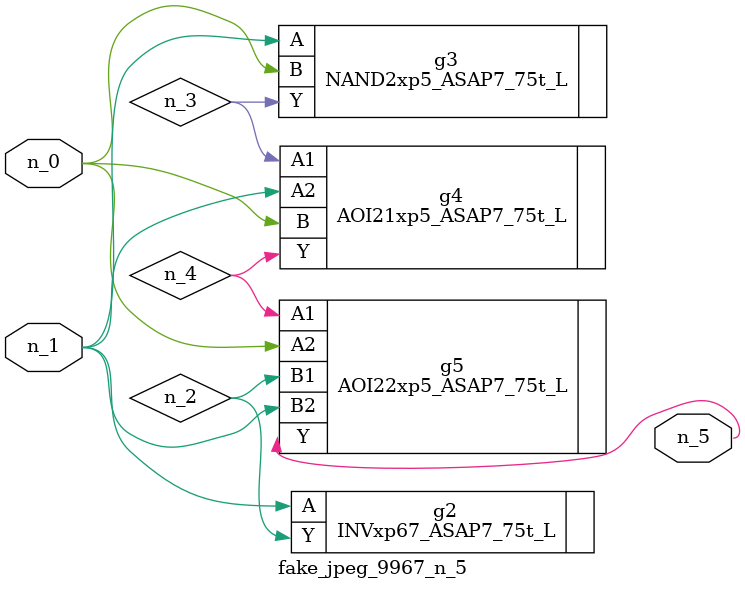
<source format=v>
module fake_jpeg_9967_n_5 (n_0, n_1, n_5);

input n_0;
input n_1;

output n_5;

wire n_2;
wire n_3;
wire n_4;

INVxp67_ASAP7_75t_L g2 ( 
.A(n_1),
.Y(n_2)
);

NAND2xp5_ASAP7_75t_L g3 ( 
.A(n_1),
.B(n_0),
.Y(n_3)
);

AOI21xp5_ASAP7_75t_L g4 ( 
.A1(n_3),
.A2(n_1),
.B(n_0),
.Y(n_4)
);

AOI22xp5_ASAP7_75t_L g5 ( 
.A1(n_4),
.A2(n_0),
.B1(n_2),
.B2(n_1),
.Y(n_5)
);


endmodule
</source>
